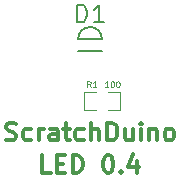
<source format=gbr>
G04 (created by PCBNEW (2013-may-18)-stable) date Вт 27 окт 2015 00:10:55*
%MOIN*%
G04 Gerber Fmt 3.4, Leading zero omitted, Abs format*
%FSLAX34Y34*%
G01*
G70*
G90*
G04 APERTURE LIST*
%ADD10C,0.00393701*%
%ADD11C,0.011811*%
%ADD12C,0.0039*%
%ADD13C,0.00590551*%
%ADD14C,0.0043*%
G04 APERTURE END LIST*
G54D10*
G54D11*
X8717Y-11431D02*
X8802Y-11459D01*
X8942Y-11459D01*
X8998Y-11431D01*
X9026Y-11403D01*
X9055Y-11347D01*
X9055Y-11290D01*
X9026Y-11234D01*
X8998Y-11206D01*
X8942Y-11178D01*
X8830Y-11150D01*
X8773Y-11122D01*
X8745Y-11093D01*
X8717Y-11037D01*
X8717Y-10981D01*
X8745Y-10925D01*
X8773Y-10897D01*
X8830Y-10868D01*
X8970Y-10868D01*
X9055Y-10897D01*
X9561Y-11431D02*
X9505Y-11459D01*
X9392Y-11459D01*
X9336Y-11431D01*
X9308Y-11403D01*
X9280Y-11347D01*
X9280Y-11178D01*
X9308Y-11122D01*
X9336Y-11093D01*
X9392Y-11065D01*
X9505Y-11065D01*
X9561Y-11093D01*
X9814Y-11459D02*
X9814Y-11065D01*
X9814Y-11178D02*
X9842Y-11122D01*
X9870Y-11093D01*
X9926Y-11065D01*
X9983Y-11065D01*
X10433Y-11459D02*
X10433Y-11150D01*
X10404Y-11093D01*
X10348Y-11065D01*
X10236Y-11065D01*
X10179Y-11093D01*
X10433Y-11431D02*
X10376Y-11459D01*
X10236Y-11459D01*
X10179Y-11431D01*
X10151Y-11375D01*
X10151Y-11318D01*
X10179Y-11262D01*
X10236Y-11234D01*
X10376Y-11234D01*
X10433Y-11206D01*
X10629Y-11065D02*
X10854Y-11065D01*
X10714Y-10868D02*
X10714Y-11375D01*
X10742Y-11431D01*
X10798Y-11459D01*
X10854Y-11459D01*
X11304Y-11431D02*
X11248Y-11459D01*
X11136Y-11459D01*
X11079Y-11431D01*
X11051Y-11403D01*
X11023Y-11347D01*
X11023Y-11178D01*
X11051Y-11122D01*
X11079Y-11093D01*
X11136Y-11065D01*
X11248Y-11065D01*
X11304Y-11093D01*
X11557Y-11459D02*
X11557Y-10868D01*
X11811Y-11459D02*
X11811Y-11150D01*
X11782Y-11093D01*
X11726Y-11065D01*
X11642Y-11065D01*
X11586Y-11093D01*
X11557Y-11122D01*
X12092Y-11459D02*
X12092Y-10868D01*
X12232Y-10868D01*
X12317Y-10897D01*
X12373Y-10953D01*
X12401Y-11009D01*
X12429Y-11122D01*
X12429Y-11206D01*
X12401Y-11318D01*
X12373Y-11375D01*
X12317Y-11431D01*
X12232Y-11459D01*
X12092Y-11459D01*
X12935Y-11065D02*
X12935Y-11459D01*
X12682Y-11065D02*
X12682Y-11375D01*
X12710Y-11431D01*
X12767Y-11459D01*
X12851Y-11459D01*
X12907Y-11431D01*
X12935Y-11403D01*
X13217Y-11459D02*
X13217Y-11065D01*
X13217Y-10868D02*
X13188Y-10897D01*
X13217Y-10925D01*
X13245Y-10897D01*
X13217Y-10868D01*
X13217Y-10925D01*
X13498Y-11065D02*
X13498Y-11459D01*
X13498Y-11122D02*
X13526Y-11093D01*
X13582Y-11065D01*
X13667Y-11065D01*
X13723Y-11093D01*
X13751Y-11150D01*
X13751Y-11459D01*
X14116Y-11459D02*
X14060Y-11431D01*
X14032Y-11403D01*
X14004Y-11347D01*
X14004Y-11178D01*
X14032Y-11122D01*
X14060Y-11093D01*
X14116Y-11065D01*
X14201Y-11065D01*
X14257Y-11093D01*
X14285Y-11122D01*
X14313Y-11178D01*
X14313Y-11347D01*
X14285Y-11403D01*
X14257Y-11431D01*
X14201Y-11459D01*
X14116Y-11459D01*
X10208Y-12542D02*
X9926Y-12542D01*
X9926Y-11951D01*
X10404Y-12232D02*
X10601Y-12232D01*
X10686Y-12542D02*
X10404Y-12542D01*
X10404Y-11951D01*
X10686Y-11951D01*
X10939Y-12542D02*
X10939Y-11951D01*
X11079Y-11951D01*
X11164Y-11979D01*
X11220Y-12035D01*
X11248Y-12092D01*
X11276Y-12204D01*
X11276Y-12289D01*
X11248Y-12401D01*
X11220Y-12457D01*
X11164Y-12514D01*
X11079Y-12542D01*
X10939Y-12542D01*
X12092Y-11951D02*
X12148Y-11951D01*
X12204Y-11979D01*
X12232Y-12007D01*
X12260Y-12064D01*
X12289Y-12176D01*
X12289Y-12317D01*
X12260Y-12429D01*
X12232Y-12485D01*
X12204Y-12514D01*
X12148Y-12542D01*
X12092Y-12542D01*
X12035Y-12514D01*
X12007Y-12485D01*
X11979Y-12429D01*
X11951Y-12317D01*
X11951Y-12176D01*
X11979Y-12064D01*
X12007Y-12007D01*
X12035Y-11979D01*
X12092Y-11951D01*
X12542Y-12485D02*
X12570Y-12514D01*
X12542Y-12542D01*
X12514Y-12514D01*
X12542Y-12485D01*
X12542Y-12542D01*
X13076Y-12148D02*
X13076Y-12542D01*
X12935Y-11923D02*
X12795Y-12345D01*
X13160Y-12345D01*
G54D12*
X11709Y-10437D02*
X11309Y-10437D01*
X11309Y-10437D02*
X11309Y-9837D01*
X11309Y-9837D02*
X11709Y-9837D01*
X12109Y-9837D02*
X12509Y-9837D01*
X12509Y-9837D02*
X12509Y-10437D01*
X12509Y-10437D02*
X12109Y-10437D01*
G54D13*
X11122Y-8070D02*
X11909Y-8070D01*
X11122Y-8464D02*
X11909Y-8464D01*
X11515Y-7677D02*
G75*
G03X11122Y-8070I0J-393D01*
G74*
G01*
X11909Y-8070D02*
G75*
G03X11515Y-7677I-393J0D01*
G74*
G01*
G54D14*
X11534Y-9686D02*
X11469Y-9592D01*
X11422Y-9686D02*
X11422Y-9489D01*
X11497Y-9489D01*
X11516Y-9498D01*
X11525Y-9508D01*
X11534Y-9526D01*
X11534Y-9555D01*
X11525Y-9573D01*
X11516Y-9583D01*
X11497Y-9592D01*
X11422Y-9592D01*
X11722Y-9686D02*
X11609Y-9686D01*
X11666Y-9686D02*
X11666Y-9489D01*
X11647Y-9517D01*
X11628Y-9536D01*
X11609Y-9545D01*
X12125Y-9686D02*
X12012Y-9686D01*
X12069Y-9686D02*
X12069Y-9489D01*
X12050Y-9517D01*
X12031Y-9536D01*
X12012Y-9545D01*
X12247Y-9489D02*
X12266Y-9489D01*
X12284Y-9498D01*
X12294Y-9508D01*
X12303Y-9526D01*
X12312Y-9564D01*
X12312Y-9611D01*
X12303Y-9648D01*
X12294Y-9667D01*
X12284Y-9677D01*
X12266Y-9686D01*
X12247Y-9686D01*
X12228Y-9677D01*
X12219Y-9667D01*
X12209Y-9648D01*
X12200Y-9611D01*
X12200Y-9564D01*
X12209Y-9526D01*
X12219Y-9508D01*
X12228Y-9498D01*
X12247Y-9489D01*
X12434Y-9489D02*
X12453Y-9489D01*
X12472Y-9498D01*
X12481Y-9508D01*
X12491Y-9526D01*
X12500Y-9564D01*
X12500Y-9611D01*
X12491Y-9648D01*
X12481Y-9667D01*
X12472Y-9677D01*
X12453Y-9686D01*
X12434Y-9686D01*
X12416Y-9677D01*
X12406Y-9667D01*
X12397Y-9648D01*
X12388Y-9611D01*
X12388Y-9564D01*
X12397Y-9526D01*
X12406Y-9508D01*
X12416Y-9498D01*
X12434Y-9489D01*
G54D13*
X11079Y-7522D02*
X11079Y-6931D01*
X11220Y-6931D01*
X11304Y-6960D01*
X11361Y-7016D01*
X11389Y-7072D01*
X11417Y-7185D01*
X11417Y-7269D01*
X11389Y-7381D01*
X11361Y-7438D01*
X11304Y-7494D01*
X11220Y-7522D01*
X11079Y-7522D01*
X11979Y-7522D02*
X11642Y-7522D01*
X11811Y-7522D02*
X11811Y-6931D01*
X11754Y-7016D01*
X11698Y-7072D01*
X11642Y-7100D01*
M02*

</source>
